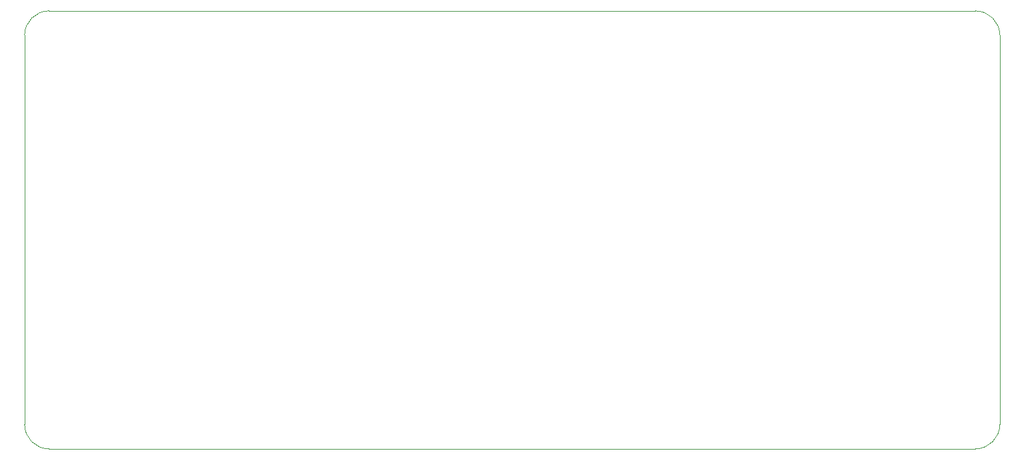
<source format=gbr>
G04 #@! TF.GenerationSoftware,KiCad,Pcbnew,(5.1.5)-3*
G04 #@! TF.CreationDate,2020-06-23T15:46:55-07:00*
G04 #@! TF.ProjectId,Display Board,44697370-6c61-4792-9042-6f6172642e6b,rev?*
G04 #@! TF.SameCoordinates,Original*
G04 #@! TF.FileFunction,Profile,NP*
%FSLAX46Y46*%
G04 Gerber Fmt 4.6, Leading zero omitted, Abs format (unit mm)*
G04 Created by KiCad (PCBNEW (5.1.5)-3) date 2020-06-23 15:46:55*
%MOMM*%
%LPD*%
G04 APERTURE LIST*
%ADD10C,0.050000*%
G04 APERTURE END LIST*
D10*
X203200000Y-66675000D02*
G75*
G02X206375000Y-69850000I0J-3175000D01*
G01*
X206375000Y-120650000D02*
G75*
G02X203200000Y-123825000I-3175000J0D01*
G01*
X82550000Y-123825000D02*
G75*
G02X79375000Y-120650000I0J3175000D01*
G01*
X79375000Y-69850000D02*
G75*
G02X82550000Y-66675000I3175000J0D01*
G01*
X203200000Y-123825000D02*
X82550000Y-123825000D01*
X206375000Y-69850000D02*
X206375000Y-120650000D01*
X82550000Y-66675000D02*
X203200000Y-66675000D01*
X79375000Y-120650000D02*
X79375000Y-69850000D01*
M02*

</source>
